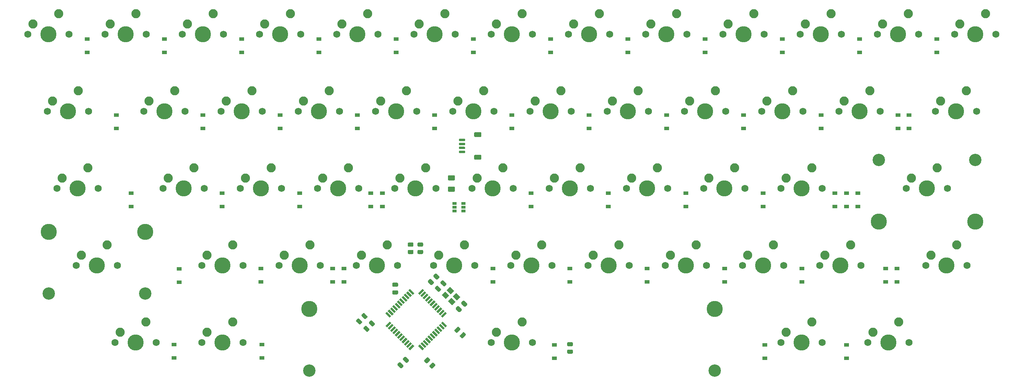
<source format=gbr>
%TF.GenerationSoftware,KiCad,Pcbnew,(5.1.9)-1*%
%TF.CreationDate,2021-01-25T12:39:42+01:00*%
%TF.ProjectId,FriedrichPCB,46726965-6472-4696-9368-5043422e6b69,rev?*%
%TF.SameCoordinates,Original*%
%TF.FileFunction,Soldermask,Bot*%
%TF.FilePolarity,Negative*%
%FSLAX46Y46*%
G04 Gerber Fmt 4.6, Leading zero omitted, Abs format (unit mm)*
G04 Created by KiCad (PCBNEW (5.1.9)-1) date 2021-01-25 12:39:42*
%MOMM*%
%LPD*%
G01*
G04 APERTURE LIST*
%ADD10C,2.250000*%
%ADD11C,3.987800*%
%ADD12C,1.750000*%
%ADD13C,3.048000*%
%ADD14C,0.100000*%
%ADD15R,1.060000X0.650000*%
%ADD16R,1.200000X0.900000*%
G04 APERTURE END LIST*
%TO.C,USB1*%
G36*
G01*
X139604199Y-86528000D02*
X140904201Y-86528000D01*
G75*
G02*
X141154200Y-86777999I0J-249999D01*
G01*
X141154200Y-87478001D01*
G75*
G02*
X140904201Y-87728000I-249999J0D01*
G01*
X139604199Y-87728000D01*
G75*
G02*
X139354200Y-87478001I0J249999D01*
G01*
X139354200Y-86777999D01*
G75*
G02*
X139604199Y-86528000I249999J0D01*
G01*
G37*
G36*
G01*
X139604199Y-80928000D02*
X140904201Y-80928000D01*
G75*
G02*
X141154200Y-81177999I0J-249999D01*
G01*
X141154200Y-81878001D01*
G75*
G02*
X140904201Y-82128000I-249999J0D01*
G01*
X139604199Y-82128000D01*
G75*
G02*
X139354200Y-81878001I0J249999D01*
G01*
X139354200Y-81177999D01*
G75*
G02*
X139604199Y-80928000I249999J0D01*
G01*
G37*
G36*
G01*
X135754200Y-85528000D02*
X137004200Y-85528000D01*
G75*
G02*
X137154200Y-85678000I0J-150000D01*
G01*
X137154200Y-85978000D01*
G75*
G02*
X137004200Y-86128000I-150000J0D01*
G01*
X135754200Y-86128000D01*
G75*
G02*
X135604200Y-85978000I0J150000D01*
G01*
X135604200Y-85678000D01*
G75*
G02*
X135754200Y-85528000I150000J0D01*
G01*
G37*
G36*
G01*
X135754200Y-84528000D02*
X137004200Y-84528000D01*
G75*
G02*
X137154200Y-84678000I0J-150000D01*
G01*
X137154200Y-84978000D01*
G75*
G02*
X137004200Y-85128000I-150000J0D01*
G01*
X135754200Y-85128000D01*
G75*
G02*
X135604200Y-84978000I0J150000D01*
G01*
X135604200Y-84678000D01*
G75*
G02*
X135754200Y-84528000I150000J0D01*
G01*
G37*
G36*
G01*
X135754200Y-83528000D02*
X137004200Y-83528000D01*
G75*
G02*
X137154200Y-83678000I0J-150000D01*
G01*
X137154200Y-83978000D01*
G75*
G02*
X137004200Y-84128000I-150000J0D01*
G01*
X135754200Y-84128000D01*
G75*
G02*
X135604200Y-83978000I0J150000D01*
G01*
X135604200Y-83678000D01*
G75*
G02*
X135754200Y-83528000I150000J0D01*
G01*
G37*
G36*
G01*
X135754200Y-82528000D02*
X137004200Y-82528000D01*
G75*
G02*
X137154200Y-82678000I0J-150000D01*
G01*
X137154200Y-82978000D01*
G75*
G02*
X137004200Y-83128000I-150000J0D01*
G01*
X135754200Y-83128000D01*
G75*
G02*
X135604200Y-82978000I0J150000D01*
G01*
X135604200Y-82678000D01*
G75*
G02*
X135754200Y-82528000I150000J0D01*
G01*
G37*
%TD*%
D10*
%TO.C,MX58*%
X151231600Y-127812800D03*
D11*
X148691600Y-132892800D03*
D10*
X144881600Y-130352800D03*
D12*
X143611600Y-132892800D03*
X153771600Y-132892800D03*
D13*
X98691700Y-139877800D03*
X198691500Y-139877800D03*
D11*
X98691700Y-124637800D03*
X198691500Y-124637800D03*
%TD*%
D10*
%TO.C,MX42*%
X98856800Y-108762800D03*
D11*
X96316800Y-113842800D03*
D10*
X92506800Y-111302800D03*
D12*
X91236800Y-113842800D03*
X101396800Y-113842800D03*
%TD*%
D10*
%TO.C,MX40*%
X48869600Y-108762800D03*
D11*
X46329600Y-113842800D03*
D10*
X42519600Y-111302800D03*
D12*
X41249600Y-113842800D03*
X51409600Y-113842800D03*
D13*
X34423350Y-120827800D03*
X58235850Y-120827800D03*
D11*
X34423350Y-105587800D03*
X58235850Y-105587800D03*
%TD*%
D10*
%TO.C,MX62*%
X222656400Y-127812800D03*
D11*
X220116400Y-132892800D03*
D10*
X216306400Y-130352800D03*
D12*
X215036400Y-132892800D03*
X225196400Y-132892800D03*
%TD*%
D10*
%TO.C,MX54*%
X79806800Y-127812800D03*
D11*
X77266800Y-132892800D03*
D10*
X73456800Y-130352800D03*
D12*
X72186800Y-132892800D03*
X82346800Y-132892800D03*
%TD*%
D10*
%TO.C,MX51*%
X258419600Y-108762800D03*
D11*
X255879600Y-113842800D03*
D10*
X252069600Y-111302800D03*
D12*
X250799600Y-113842800D03*
X260959600Y-113842800D03*
%TD*%
D10*
%TO.C,MX38*%
X253593600Y-89712800D03*
D11*
X251053600Y-94792800D03*
D10*
X247243600Y-92252800D03*
D12*
X245973600Y-94792800D03*
X256133600Y-94792800D03*
D13*
X239147350Y-87807800D03*
X262959850Y-87807800D03*
D11*
X239147350Y-103047800D03*
X262959850Y-103047800D03*
%TD*%
D10*
%TO.C,MX27*%
X44094400Y-89712800D03*
D11*
X41554400Y-94792800D03*
D10*
X37744400Y-92252800D03*
D12*
X36474400Y-94792800D03*
X46634400Y-94792800D03*
%TD*%
D10*
%TO.C,MX25*%
X260756400Y-70662800D03*
D11*
X258216400Y-75742800D03*
D10*
X254406400Y-73202800D03*
D12*
X253136400Y-75742800D03*
X263296400Y-75742800D03*
%TD*%
D10*
%TO.C,MX14*%
X41706800Y-70662800D03*
D11*
X39166800Y-75742800D03*
D10*
X35356800Y-73202800D03*
D12*
X34086800Y-75742800D03*
X44246800Y-75742800D03*
%TD*%
D14*
%TO.C,X1*%
G36*
X135952897Y-121659488D02*
G01*
X135104369Y-122508016D01*
X134114419Y-121518066D01*
X134962947Y-120669538D01*
X135952897Y-121659488D01*
G37*
G36*
X134397262Y-120103853D02*
G01*
X133548734Y-120952381D01*
X132558784Y-119962431D01*
X133407312Y-119113903D01*
X134397262Y-120103853D01*
G37*
G36*
X133195181Y-121305934D02*
G01*
X132346653Y-122154462D01*
X131356703Y-121164512D01*
X132205231Y-120315984D01*
X133195181Y-121305934D01*
G37*
G36*
X134750816Y-122861569D02*
G01*
X133902288Y-123710097D01*
X132912338Y-122720147D01*
X133760866Y-121871619D01*
X134750816Y-122861569D01*
G37*
%TD*%
D15*
%TO.C,U2*%
X134485200Y-99466400D03*
X134485200Y-98516400D03*
X134485200Y-100416400D03*
X136685200Y-100416400D03*
X136685200Y-99466400D03*
X136685200Y-98516400D03*
%TD*%
D14*
%TO.C,U1*%
G36*
X118546540Y-127731298D02*
G01*
X118935448Y-128120206D01*
X117874788Y-129180866D01*
X117485880Y-128791958D01*
X118546540Y-127731298D01*
G37*
G36*
X119112226Y-128296983D02*
G01*
X119501134Y-128685891D01*
X118440474Y-129746551D01*
X118051566Y-129357643D01*
X119112226Y-128296983D01*
G37*
G36*
X119677911Y-128862668D02*
G01*
X120066819Y-129251576D01*
X119006159Y-130312236D01*
X118617251Y-129923328D01*
X119677911Y-128862668D01*
G37*
G36*
X120243596Y-129428354D02*
G01*
X120632504Y-129817262D01*
X119571844Y-130877922D01*
X119182936Y-130489014D01*
X120243596Y-129428354D01*
G37*
G36*
X120809282Y-129994039D02*
G01*
X121198190Y-130382947D01*
X120137530Y-131443607D01*
X119748622Y-131054699D01*
X120809282Y-129994039D01*
G37*
G36*
X121374967Y-130559725D02*
G01*
X121763875Y-130948633D01*
X120703215Y-132009293D01*
X120314307Y-131620385D01*
X121374967Y-130559725D01*
G37*
G36*
X121940653Y-131125410D02*
G01*
X122329561Y-131514318D01*
X121268901Y-132574978D01*
X120879993Y-132186070D01*
X121940653Y-131125410D01*
G37*
G36*
X122506338Y-131691096D02*
G01*
X122895246Y-132080004D01*
X121834586Y-133140664D01*
X121445678Y-132751756D01*
X122506338Y-131691096D01*
G37*
G36*
X123072024Y-132256781D02*
G01*
X123460932Y-132645689D01*
X122400272Y-133706349D01*
X122011364Y-133317441D01*
X123072024Y-132256781D01*
G37*
G36*
X123637709Y-132822466D02*
G01*
X124026617Y-133211374D01*
X122965957Y-134272034D01*
X122577049Y-133883126D01*
X123637709Y-132822466D01*
G37*
G36*
X124203394Y-133388152D02*
G01*
X124592302Y-133777060D01*
X123531642Y-134837720D01*
X123142734Y-134448812D01*
X124203394Y-133388152D01*
G37*
G36*
X125546898Y-133777060D02*
G01*
X125935806Y-133388152D01*
X126996466Y-134448812D01*
X126607558Y-134837720D01*
X125546898Y-133777060D01*
G37*
G36*
X126112583Y-133211374D02*
G01*
X126501491Y-132822466D01*
X127562151Y-133883126D01*
X127173243Y-134272034D01*
X126112583Y-133211374D01*
G37*
G36*
X126678268Y-132645689D02*
G01*
X127067176Y-132256781D01*
X128127836Y-133317441D01*
X127738928Y-133706349D01*
X126678268Y-132645689D01*
G37*
G36*
X127243954Y-132080004D02*
G01*
X127632862Y-131691096D01*
X128693522Y-132751756D01*
X128304614Y-133140664D01*
X127243954Y-132080004D01*
G37*
G36*
X127809639Y-131514318D02*
G01*
X128198547Y-131125410D01*
X129259207Y-132186070D01*
X128870299Y-132574978D01*
X127809639Y-131514318D01*
G37*
G36*
X128375325Y-130948633D02*
G01*
X128764233Y-130559725D01*
X129824893Y-131620385D01*
X129435985Y-132009293D01*
X128375325Y-130948633D01*
G37*
G36*
X128941010Y-130382947D02*
G01*
X129329918Y-129994039D01*
X130390578Y-131054699D01*
X130001670Y-131443607D01*
X128941010Y-130382947D01*
G37*
G36*
X129506696Y-129817262D02*
G01*
X129895604Y-129428354D01*
X130956264Y-130489014D01*
X130567356Y-130877922D01*
X129506696Y-129817262D01*
G37*
G36*
X130072381Y-129251576D02*
G01*
X130461289Y-128862668D01*
X131521949Y-129923328D01*
X131133041Y-130312236D01*
X130072381Y-129251576D01*
G37*
G36*
X130638066Y-128685891D02*
G01*
X131026974Y-128296983D01*
X132087634Y-129357643D01*
X131698726Y-129746551D01*
X130638066Y-128685891D01*
G37*
G36*
X131203752Y-128120206D02*
G01*
X131592660Y-127731298D01*
X132653320Y-128791958D01*
X132264412Y-129180866D01*
X131203752Y-128120206D01*
G37*
G36*
X132264412Y-125327134D02*
G01*
X132653320Y-125716042D01*
X131592660Y-126776702D01*
X131203752Y-126387794D01*
X132264412Y-125327134D01*
G37*
G36*
X131698726Y-124761449D02*
G01*
X132087634Y-125150357D01*
X131026974Y-126211017D01*
X130638066Y-125822109D01*
X131698726Y-124761449D01*
G37*
G36*
X131133041Y-124195764D02*
G01*
X131521949Y-124584672D01*
X130461289Y-125645332D01*
X130072381Y-125256424D01*
X131133041Y-124195764D01*
G37*
G36*
X130567356Y-123630078D02*
G01*
X130956264Y-124018986D01*
X129895604Y-125079646D01*
X129506696Y-124690738D01*
X130567356Y-123630078D01*
G37*
G36*
X130001670Y-123064393D02*
G01*
X130390578Y-123453301D01*
X129329918Y-124513961D01*
X128941010Y-124125053D01*
X130001670Y-123064393D01*
G37*
G36*
X129435985Y-122498707D02*
G01*
X129824893Y-122887615D01*
X128764233Y-123948275D01*
X128375325Y-123559367D01*
X129435985Y-122498707D01*
G37*
G36*
X128870299Y-121933022D02*
G01*
X129259207Y-122321930D01*
X128198547Y-123382590D01*
X127809639Y-122993682D01*
X128870299Y-121933022D01*
G37*
G36*
X128304614Y-121367336D02*
G01*
X128693522Y-121756244D01*
X127632862Y-122816904D01*
X127243954Y-122427996D01*
X128304614Y-121367336D01*
G37*
G36*
X127738928Y-120801651D02*
G01*
X128127836Y-121190559D01*
X127067176Y-122251219D01*
X126678268Y-121862311D01*
X127738928Y-120801651D01*
G37*
G36*
X127173243Y-120235966D02*
G01*
X127562151Y-120624874D01*
X126501491Y-121685534D01*
X126112583Y-121296626D01*
X127173243Y-120235966D01*
G37*
G36*
X126607558Y-119670280D02*
G01*
X126996466Y-120059188D01*
X125935806Y-121119848D01*
X125546898Y-120730940D01*
X126607558Y-119670280D01*
G37*
G36*
X123142734Y-120059188D02*
G01*
X123531642Y-119670280D01*
X124592302Y-120730940D01*
X124203394Y-121119848D01*
X123142734Y-120059188D01*
G37*
G36*
X122577049Y-120624874D02*
G01*
X122965957Y-120235966D01*
X124026617Y-121296626D01*
X123637709Y-121685534D01*
X122577049Y-120624874D01*
G37*
G36*
X122011364Y-121190559D02*
G01*
X122400272Y-120801651D01*
X123460932Y-121862311D01*
X123072024Y-122251219D01*
X122011364Y-121190559D01*
G37*
G36*
X121445678Y-121756244D02*
G01*
X121834586Y-121367336D01*
X122895246Y-122427996D01*
X122506338Y-122816904D01*
X121445678Y-121756244D01*
G37*
G36*
X120879993Y-122321930D02*
G01*
X121268901Y-121933022D01*
X122329561Y-122993682D01*
X121940653Y-123382590D01*
X120879993Y-122321930D01*
G37*
G36*
X120314307Y-122887615D02*
G01*
X120703215Y-122498707D01*
X121763875Y-123559367D01*
X121374967Y-123948275D01*
X120314307Y-122887615D01*
G37*
G36*
X119748622Y-123453301D02*
G01*
X120137530Y-123064393D01*
X121198190Y-124125053D01*
X120809282Y-124513961D01*
X119748622Y-123453301D01*
G37*
G36*
X119182936Y-124018986D02*
G01*
X119571844Y-123630078D01*
X120632504Y-124690738D01*
X120243596Y-125079646D01*
X119182936Y-124018986D01*
G37*
G36*
X118617251Y-124584672D02*
G01*
X119006159Y-124195764D01*
X120066819Y-125256424D01*
X119677911Y-125645332D01*
X118617251Y-124584672D01*
G37*
G36*
X118051566Y-125150357D02*
G01*
X118440474Y-124761449D01*
X119501134Y-125822109D01*
X119112226Y-126211017D01*
X118051566Y-125150357D01*
G37*
G36*
X117485880Y-125716042D02*
G01*
X117874788Y-125327134D01*
X118935448Y-126387794D01*
X118546540Y-126776702D01*
X117485880Y-125716042D01*
G37*
%TD*%
%TO.C,R5*%
G36*
G01*
X162567198Y-134664400D02*
X163467202Y-134664400D01*
G75*
G02*
X163717200Y-134914398I0J-249998D01*
G01*
X163717200Y-135439402D01*
G75*
G02*
X163467202Y-135689400I-249998J0D01*
G01*
X162567198Y-135689400D01*
G75*
G02*
X162317200Y-135439402I0J249998D01*
G01*
X162317200Y-134914398D01*
G75*
G02*
X162567198Y-134664400I249998J0D01*
G01*
G37*
G36*
G01*
X162567198Y-132839400D02*
X163467202Y-132839400D01*
G75*
G02*
X163717200Y-133089398I0J-249998D01*
G01*
X163717200Y-133614402D01*
G75*
G02*
X163467202Y-133864400I-249998J0D01*
G01*
X162567198Y-133864400D01*
G75*
G02*
X162317200Y-133614402I0J249998D01*
G01*
X162317200Y-133089398D01*
G75*
G02*
X162567198Y-132839400I249998J0D01*
G01*
G37*
%TD*%
%TO.C,R3*%
G36*
G01*
X128457756Y-137371757D02*
X127821357Y-138008156D01*
G75*
G02*
X127467807Y-138008156I-176775J176775D01*
G01*
X127096574Y-137636923D01*
G75*
G02*
X127096574Y-137283373I176775J176775D01*
G01*
X127732973Y-136646974D01*
G75*
G02*
X128086523Y-136646974I176775J-176775D01*
G01*
X128457756Y-137018207D01*
G75*
G02*
X128457756Y-137371757I-176775J-176775D01*
G01*
G37*
G36*
G01*
X129748226Y-138662227D02*
X129111827Y-139298626D01*
G75*
G02*
X128758277Y-139298626I-176775J176775D01*
G01*
X128387044Y-138927393D01*
G75*
G02*
X128387044Y-138573843I176775J176775D01*
G01*
X129023443Y-137937444D01*
G75*
G02*
X129376993Y-137937444I176775J-176775D01*
G01*
X129748226Y-138308677D01*
G75*
G02*
X129748226Y-138662227I-176775J-176775D01*
G01*
G37*
%TD*%
%TO.C,R2*%
G36*
G01*
X123247998Y-110026400D02*
X124148002Y-110026400D01*
G75*
G02*
X124398000Y-110276398I0J-249998D01*
G01*
X124398000Y-110801402D01*
G75*
G02*
X124148002Y-111051400I-249998J0D01*
G01*
X123247998Y-111051400D01*
G75*
G02*
X122998000Y-110801402I0J249998D01*
G01*
X122998000Y-110276398D01*
G75*
G02*
X123247998Y-110026400I249998J0D01*
G01*
G37*
G36*
G01*
X123247998Y-108201400D02*
X124148002Y-108201400D01*
G75*
G02*
X124398000Y-108451398I0J-249998D01*
G01*
X124398000Y-108976402D01*
G75*
G02*
X124148002Y-109226400I-249998J0D01*
G01*
X123247998Y-109226400D01*
G75*
G02*
X122998000Y-108976402I0J249998D01*
G01*
X122998000Y-108451398D01*
G75*
G02*
X123247998Y-108201400I249998J0D01*
G01*
G37*
%TD*%
%TO.C,R1*%
G36*
G01*
X125635598Y-110026400D02*
X126535602Y-110026400D01*
G75*
G02*
X126785600Y-110276398I0J-249998D01*
G01*
X126785600Y-110801402D01*
G75*
G02*
X126535602Y-111051400I-249998J0D01*
G01*
X125635598Y-111051400D01*
G75*
G02*
X125385600Y-110801402I0J249998D01*
G01*
X125385600Y-110276398D01*
G75*
G02*
X125635598Y-110026400I249998J0D01*
G01*
G37*
G36*
G01*
X125635598Y-108201400D02*
X126535602Y-108201400D01*
G75*
G02*
X126785600Y-108451398I0J-249998D01*
G01*
X126785600Y-108976402D01*
G75*
G02*
X126535602Y-109226400I-249998J0D01*
G01*
X125635598Y-109226400D01*
G75*
G02*
X125385600Y-108976402I0J249998D01*
G01*
X125385600Y-108451398D01*
G75*
G02*
X125635598Y-108201400I249998J0D01*
G01*
G37*
%TD*%
D10*
%TO.C,MX63*%
X244094000Y-127812800D03*
D11*
X241554000Y-132892800D03*
D10*
X237744000Y-130352800D03*
D12*
X236474000Y-132892800D03*
X246634000Y-132892800D03*
%TD*%
D10*
%TO.C,MX53*%
X58369200Y-127812800D03*
D11*
X55829200Y-132892800D03*
D10*
X52019200Y-130352800D03*
D12*
X50749200Y-132892800D03*
X60909200Y-132892800D03*
%TD*%
D10*
%TO.C,MX49*%
X232206800Y-108762800D03*
D11*
X229666800Y-113842800D03*
D10*
X225856800Y-111302800D03*
D12*
X224586800Y-113842800D03*
X234746800Y-113842800D03*
%TD*%
D10*
%TO.C,MX48*%
X213156800Y-108762800D03*
D11*
X210616800Y-113842800D03*
D10*
X206806800Y-111302800D03*
D12*
X205536800Y-113842800D03*
X215696800Y-113842800D03*
%TD*%
D10*
%TO.C,MX47*%
X194106800Y-108762800D03*
D11*
X191566800Y-113842800D03*
D10*
X187756800Y-111302800D03*
D12*
X186486800Y-113842800D03*
X196646800Y-113842800D03*
%TD*%
D10*
%TO.C,MX46*%
X175056800Y-108762800D03*
D11*
X172516800Y-113842800D03*
D10*
X168706800Y-111302800D03*
D12*
X167436800Y-113842800D03*
X177596800Y-113842800D03*
%TD*%
D10*
%TO.C,MX45*%
X156006800Y-108762800D03*
D11*
X153466800Y-113842800D03*
D10*
X149656800Y-111302800D03*
D12*
X148386800Y-113842800D03*
X158546800Y-113842800D03*
%TD*%
D10*
%TO.C,MX44*%
X136956800Y-108762800D03*
D11*
X134416800Y-113842800D03*
D10*
X130606800Y-111302800D03*
D12*
X129336800Y-113842800D03*
X139496800Y-113842800D03*
%TD*%
D10*
%TO.C,MX43*%
X117906800Y-108762800D03*
D11*
X115366800Y-113842800D03*
D10*
X111556800Y-111302800D03*
D12*
X110286800Y-113842800D03*
X120446800Y-113842800D03*
%TD*%
D10*
%TO.C,MX41*%
X79806800Y-108762800D03*
D11*
X77266800Y-113842800D03*
D10*
X73456800Y-111302800D03*
D12*
X72186800Y-113842800D03*
X82346800Y-113842800D03*
%TD*%
D10*
%TO.C,MX36*%
X222656400Y-89712800D03*
D11*
X220116400Y-94792800D03*
D10*
X216306400Y-92252800D03*
D12*
X215036400Y-94792800D03*
X225196400Y-94792800D03*
%TD*%
D10*
%TO.C,MX35*%
X203606400Y-89712800D03*
D11*
X201066400Y-94792800D03*
D10*
X197256400Y-92252800D03*
D12*
X195986400Y-94792800D03*
X206146400Y-94792800D03*
%TD*%
D10*
%TO.C,MX34*%
X184556400Y-89712800D03*
D11*
X182016400Y-94792800D03*
D10*
X178206400Y-92252800D03*
D12*
X176936400Y-94792800D03*
X187096400Y-94792800D03*
%TD*%
D10*
%TO.C,MX33*%
X165506400Y-89712800D03*
D11*
X162966400Y-94792800D03*
D10*
X159156400Y-92252800D03*
D12*
X157886400Y-94792800D03*
X168046400Y-94792800D03*
%TD*%
D10*
%TO.C,MX32*%
X146456400Y-89712800D03*
D11*
X143916400Y-94792800D03*
D10*
X140106400Y-92252800D03*
D12*
X138836400Y-94792800D03*
X148996400Y-94792800D03*
%TD*%
D10*
%TO.C,MX31*%
X127406400Y-89712800D03*
D11*
X124866400Y-94792800D03*
D10*
X121056400Y-92252800D03*
D12*
X119786400Y-94792800D03*
X129946400Y-94792800D03*
%TD*%
D10*
%TO.C,MX30*%
X108356400Y-89712800D03*
D11*
X105816400Y-94792800D03*
D10*
X102006400Y-92252800D03*
D12*
X100736400Y-94792800D03*
X110896400Y-94792800D03*
%TD*%
D10*
%TO.C,MX29*%
X89306400Y-89712800D03*
D11*
X86766400Y-94792800D03*
D10*
X82956400Y-92252800D03*
D12*
X81686400Y-94792800D03*
X91846400Y-94792800D03*
%TD*%
D10*
%TO.C,MX28*%
X70256400Y-89712800D03*
D11*
X67716400Y-94792800D03*
D10*
X63906400Y-92252800D03*
D12*
X62636400Y-94792800D03*
X72796400Y-94792800D03*
%TD*%
D10*
%TO.C,MX24*%
X236982000Y-70662800D03*
D11*
X234442000Y-75742800D03*
D10*
X230632000Y-73202800D03*
D12*
X229362000Y-75742800D03*
X239522000Y-75742800D03*
%TD*%
D10*
%TO.C,MX23*%
X217932000Y-70662800D03*
D11*
X215392000Y-75742800D03*
D10*
X211582000Y-73202800D03*
D12*
X210312000Y-75742800D03*
X220472000Y-75742800D03*
%TD*%
D10*
%TO.C,MX22*%
X198882000Y-70662800D03*
D11*
X196342000Y-75742800D03*
D10*
X192532000Y-73202800D03*
D12*
X191262000Y-75742800D03*
X201422000Y-75742800D03*
%TD*%
D10*
%TO.C,MX21*%
X179832000Y-70662800D03*
D11*
X177292000Y-75742800D03*
D10*
X173482000Y-73202800D03*
D12*
X172212000Y-75742800D03*
X182372000Y-75742800D03*
%TD*%
D10*
%TO.C,MX20*%
X160782000Y-70662800D03*
D11*
X158242000Y-75742800D03*
D10*
X154432000Y-73202800D03*
D12*
X153162000Y-75742800D03*
X163322000Y-75742800D03*
%TD*%
D10*
%TO.C,MX19*%
X141732000Y-70662800D03*
D11*
X139192000Y-75742800D03*
D10*
X135382000Y-73202800D03*
D12*
X134112000Y-75742800D03*
X144272000Y-75742800D03*
%TD*%
D10*
%TO.C,MX18*%
X122682000Y-70662800D03*
D11*
X120142000Y-75742800D03*
D10*
X116332000Y-73202800D03*
D12*
X115062000Y-75742800D03*
X125222000Y-75742800D03*
%TD*%
D10*
%TO.C,MX17*%
X103632000Y-70662800D03*
D11*
X101092000Y-75742800D03*
D10*
X97282000Y-73202800D03*
D12*
X96012000Y-75742800D03*
X106172000Y-75742800D03*
%TD*%
D10*
%TO.C,MX16*%
X84582000Y-70662800D03*
D11*
X82042000Y-75742800D03*
D10*
X78232000Y-73202800D03*
D12*
X76962000Y-75742800D03*
X87122000Y-75742800D03*
%TD*%
D10*
%TO.C,MX15*%
X65532000Y-70662800D03*
D11*
X62992000Y-75742800D03*
D10*
X59182000Y-73202800D03*
D12*
X57912000Y-75742800D03*
X68072000Y-75742800D03*
%TD*%
D10*
%TO.C,MX13*%
X265531600Y-51612800D03*
D11*
X262991600Y-56692800D03*
D10*
X259181600Y-54152800D03*
D12*
X257911600Y-56692800D03*
X268071600Y-56692800D03*
%TD*%
D10*
%TO.C,MX12*%
X246481600Y-51612800D03*
D11*
X243941600Y-56692800D03*
D10*
X240131600Y-54152800D03*
D12*
X238861600Y-56692800D03*
X249021600Y-56692800D03*
%TD*%
D10*
%TO.C,MX11*%
X227431600Y-51612800D03*
D11*
X224891600Y-56692800D03*
D10*
X221081600Y-54152800D03*
D12*
X219811600Y-56692800D03*
X229971600Y-56692800D03*
%TD*%
D10*
%TO.C,MX10*%
X208381600Y-51612800D03*
D11*
X205841600Y-56692800D03*
D10*
X202031600Y-54152800D03*
D12*
X200761600Y-56692800D03*
X210921600Y-56692800D03*
%TD*%
D10*
%TO.C,MX9*%
X189331600Y-51612800D03*
D11*
X186791600Y-56692800D03*
D10*
X182981600Y-54152800D03*
D12*
X181711600Y-56692800D03*
X191871600Y-56692800D03*
%TD*%
D10*
%TO.C,MX8*%
X170281600Y-51612800D03*
D11*
X167741600Y-56692800D03*
D10*
X163931600Y-54152800D03*
D12*
X162661600Y-56692800D03*
X172821600Y-56692800D03*
%TD*%
D10*
%TO.C,MX7*%
X151231600Y-51612800D03*
D11*
X148691600Y-56692800D03*
D10*
X144881600Y-54152800D03*
D12*
X143611600Y-56692800D03*
X153771600Y-56692800D03*
%TD*%
D10*
%TO.C,MX6*%
X132181600Y-51612800D03*
D11*
X129641600Y-56692800D03*
D10*
X125831600Y-54152800D03*
D12*
X124561600Y-56692800D03*
X134721600Y-56692800D03*
%TD*%
D10*
%TO.C,MX5*%
X113131600Y-51612800D03*
D11*
X110591600Y-56692800D03*
D10*
X106781600Y-54152800D03*
D12*
X105511600Y-56692800D03*
X115671600Y-56692800D03*
%TD*%
D10*
%TO.C,MX4*%
X94081600Y-51612800D03*
D11*
X91541600Y-56692800D03*
D10*
X87731600Y-54152800D03*
D12*
X86461600Y-56692800D03*
X96621600Y-56692800D03*
%TD*%
D10*
%TO.C,MX3*%
X75031600Y-51612800D03*
D11*
X72491600Y-56692800D03*
D10*
X68681600Y-54152800D03*
D12*
X67411600Y-56692800D03*
X77571600Y-56692800D03*
%TD*%
D10*
%TO.C,MX2*%
X55981600Y-51612800D03*
D11*
X53441600Y-56692800D03*
D10*
X49631600Y-54152800D03*
D12*
X48361600Y-56692800D03*
X58521600Y-56692800D03*
%TD*%
D10*
%TO.C,MX1*%
X36931600Y-51612800D03*
D11*
X34391600Y-56692800D03*
D10*
X30581600Y-54152800D03*
D12*
X29311600Y-56692800D03*
X39471600Y-56692800D03*
%TD*%
%TO.C,F1*%
G36*
G01*
X133131400Y-94399400D02*
X134381400Y-94399400D01*
G75*
G02*
X134631400Y-94649400I0J-250000D01*
G01*
X134631400Y-95399400D01*
G75*
G02*
X134381400Y-95649400I-250000J0D01*
G01*
X133131400Y-95649400D01*
G75*
G02*
X132881400Y-95399400I0J250000D01*
G01*
X132881400Y-94649400D01*
G75*
G02*
X133131400Y-94399400I250000J0D01*
G01*
G37*
G36*
G01*
X133131400Y-91599400D02*
X134381400Y-91599400D01*
G75*
G02*
X134631400Y-91849400I0J-250000D01*
G01*
X134631400Y-92599400D01*
G75*
G02*
X134381400Y-92849400I-250000J0D01*
G01*
X133131400Y-92849400D01*
G75*
G02*
X132881400Y-92599400I0J250000D01*
G01*
X132881400Y-91849400D01*
G75*
G02*
X133131400Y-91599400I250000J0D01*
G01*
G37*
%TD*%
D16*
%TO.C,D63*%
X231241600Y-133478000D03*
X231241600Y-136778000D03*
%TD*%
%TO.C,D62*%
X211023200Y-133478000D03*
X211023200Y-136778000D03*
%TD*%
%TO.C,D58*%
X159156400Y-133528800D03*
X159156400Y-136828800D03*
%TD*%
%TO.C,D54*%
X87020400Y-133427200D03*
X87020400Y-136727200D03*
%TD*%
%TO.C,D53*%
X65379600Y-133427200D03*
X65379600Y-136727200D03*
%TD*%
%TO.C,D51*%
X243687600Y-114631200D03*
X243687600Y-117931200D03*
%TD*%
%TO.C,D49*%
X240842800Y-114631200D03*
X240842800Y-117931200D03*
%TD*%
%TO.C,D48*%
X220167200Y-114631200D03*
X220167200Y-117931200D03*
%TD*%
%TO.C,D47*%
X201117200Y-114631200D03*
X201117200Y-117931200D03*
%TD*%
%TO.C,D46*%
X182016400Y-114631200D03*
X182016400Y-117931200D03*
%TD*%
%TO.C,D45*%
X162966400Y-114631200D03*
X162966400Y-117931200D03*
%TD*%
%TO.C,D44*%
X143967200Y-114631200D03*
X143967200Y-117931200D03*
%TD*%
%TO.C,D43*%
X107289600Y-114631200D03*
X107289600Y-117931200D03*
%TD*%
%TO.C,D42*%
X104444800Y-114631200D03*
X104444800Y-117931200D03*
%TD*%
%TO.C,D41*%
X86766400Y-114631200D03*
X86766400Y-117931200D03*
%TD*%
%TO.C,D40*%
X66649600Y-114682000D03*
X66649600Y-117982000D03*
%TD*%
%TO.C,D38*%
X234035600Y-95987600D03*
X234035600Y-99287600D03*
%TD*%
%TO.C,D36*%
X228295200Y-95987600D03*
X228295200Y-99287600D03*
%TD*%
%TO.C,D35*%
X210616800Y-95987600D03*
X210616800Y-99287600D03*
%TD*%
%TO.C,D34*%
X191566800Y-95987600D03*
X191566800Y-99287600D03*
%TD*%
%TO.C,D33*%
X172466000Y-95987600D03*
X172466000Y-99287600D03*
%TD*%
%TO.C,D32*%
X153416000Y-95987600D03*
X153416000Y-99287600D03*
%TD*%
%TO.C,D31*%
X116738400Y-95987600D03*
X116738400Y-99287600D03*
%TD*%
%TO.C,D30*%
X113893600Y-95987600D03*
X113893600Y-99287600D03*
%TD*%
%TO.C,D29*%
X96316800Y-95987600D03*
X96316800Y-99287600D03*
%TD*%
%TO.C,D28*%
X77216000Y-95987600D03*
X77216000Y-99287600D03*
%TD*%
%TO.C,D27*%
X54762400Y-95987600D03*
X54762400Y-99287600D03*
%TD*%
%TO.C,D25*%
X246634000Y-76683600D03*
X246634000Y-79983600D03*
%TD*%
%TO.C,D24*%
X243941600Y-76683600D03*
X243941600Y-79983600D03*
%TD*%
%TO.C,D23*%
X224942400Y-76683600D03*
X224942400Y-79983600D03*
%TD*%
%TO.C,D22*%
X205841600Y-76683600D03*
X205841600Y-79983600D03*
%TD*%
%TO.C,D21*%
X186842400Y-76683600D03*
X186842400Y-79983600D03*
%TD*%
%TO.C,D20*%
X167741600Y-76683600D03*
X167741600Y-79983600D03*
%TD*%
%TO.C,D19*%
X148691600Y-76683600D03*
X148691600Y-79983600D03*
%TD*%
%TO.C,D18*%
X129641600Y-76683600D03*
X129641600Y-79983600D03*
%TD*%
%TO.C,D17*%
X110591600Y-76683600D03*
X110591600Y-79983600D03*
%TD*%
%TO.C,D16*%
X91541600Y-76683600D03*
X91541600Y-79983600D03*
%TD*%
%TO.C,D15*%
X72491600Y-76683600D03*
X72491600Y-79983600D03*
%TD*%
%TO.C,D14*%
X51104800Y-76683600D03*
X51104800Y-79983600D03*
%TD*%
%TO.C,D13*%
X253492000Y-57938400D03*
X253492000Y-61238400D03*
%TD*%
%TO.C,D12*%
X231190800Y-95987600D03*
X231190800Y-99287600D03*
%TD*%
%TO.C,D11*%
X234391200Y-57938400D03*
X234391200Y-61238400D03*
%TD*%
%TO.C,D10*%
X215341200Y-57938400D03*
X215341200Y-61238400D03*
%TD*%
%TO.C,D9*%
X196342000Y-57938400D03*
X196342000Y-61238400D03*
%TD*%
%TO.C,D8*%
X177292000Y-57938400D03*
X177292000Y-61238400D03*
%TD*%
%TO.C,D7*%
X158242000Y-57938400D03*
X158242000Y-61238400D03*
%TD*%
%TO.C,D6*%
X139141200Y-57938400D03*
X139141200Y-61238400D03*
%TD*%
%TO.C,D5*%
X120091200Y-57938400D03*
X120091200Y-61238400D03*
%TD*%
%TO.C,D4*%
X101092000Y-57938400D03*
X101092000Y-61238400D03*
%TD*%
%TO.C,D3*%
X82042000Y-57938400D03*
X82042000Y-61238400D03*
%TD*%
%TO.C,D2*%
X62992000Y-57938400D03*
X62992000Y-61238400D03*
%TD*%
%TO.C,D1*%
X43891200Y-57938400D03*
X43891200Y-61238400D03*
%TD*%
%TO.C,C9*%
G36*
G01*
X130460727Y-118955922D02*
X131132478Y-119627673D01*
G75*
G02*
X131132478Y-119981227I-176777J-176777D01*
G01*
X130778925Y-120334780D01*
G75*
G02*
X130425371Y-120334780I-176777J176777D01*
G01*
X129753620Y-119663029D01*
G75*
G02*
X129753620Y-119309475I176777J176777D01*
G01*
X130107173Y-118955922D01*
G75*
G02*
X130460727Y-118955922I176777J-176777D01*
G01*
G37*
G36*
G01*
X131804229Y-117612420D02*
X132475980Y-118284171D01*
G75*
G02*
X132475980Y-118637725I-176777J-176777D01*
G01*
X132122427Y-118991278D01*
G75*
G02*
X131768873Y-118991278I-176777J176777D01*
G01*
X131097122Y-118319527D01*
G75*
G02*
X131097122Y-117965973I176777J176777D01*
G01*
X131450675Y-117612420D01*
G75*
G02*
X131804229Y-117612420I176777J-176777D01*
G01*
G37*
%TD*%
%TO.C,C8*%
G36*
G01*
X136911024Y-124009127D02*
X136239273Y-123337376D01*
G75*
G02*
X136239273Y-122983822I176777J176777D01*
G01*
X136592826Y-122630269D01*
G75*
G02*
X136946380Y-122630269I176777J-176777D01*
G01*
X137618131Y-123302020D01*
G75*
G02*
X137618131Y-123655574I-176777J-176777D01*
G01*
X137264578Y-124009127D01*
G75*
G02*
X136911024Y-124009127I-176777J176777D01*
G01*
G37*
G36*
G01*
X135567522Y-125352629D02*
X134895771Y-124680878D01*
G75*
G02*
X134895771Y-124327324I176777J176777D01*
G01*
X135249324Y-123973771D01*
G75*
G02*
X135602878Y-123973771I176777J-176777D01*
G01*
X136274629Y-124645522D01*
G75*
G02*
X136274629Y-124999076I-176777J-176777D01*
G01*
X135921076Y-125352629D01*
G75*
G02*
X135567522Y-125352629I-176777J176777D01*
G01*
G37*
%TD*%
%TO.C,C7*%
G36*
G01*
X120363000Y-119133200D02*
X119413000Y-119133200D01*
G75*
G02*
X119163000Y-118883200I0J250000D01*
G01*
X119163000Y-118383200D01*
G75*
G02*
X119413000Y-118133200I250000J0D01*
G01*
X120363000Y-118133200D01*
G75*
G02*
X120613000Y-118383200I0J-250000D01*
G01*
X120613000Y-118883200D01*
G75*
G02*
X120363000Y-119133200I-250000J0D01*
G01*
G37*
G36*
G01*
X120363000Y-121033200D02*
X119413000Y-121033200D01*
G75*
G02*
X119163000Y-120783200I0J250000D01*
G01*
X119163000Y-120283200D01*
G75*
G02*
X119413000Y-120033200I250000J0D01*
G01*
X120363000Y-120033200D01*
G75*
G02*
X120613000Y-120283200I0J-250000D01*
G01*
X120613000Y-120783200D01*
G75*
G02*
X120363000Y-121033200I-250000J0D01*
G01*
G37*
%TD*%
%TO.C,C5*%
G36*
G01*
X135872322Y-131108473D02*
X136544073Y-130436722D01*
G75*
G02*
X136897627Y-130436722I176777J-176777D01*
G01*
X137251180Y-130790275D01*
G75*
G02*
X137251180Y-131143829I-176777J-176777D01*
G01*
X136579429Y-131815580D01*
G75*
G02*
X136225875Y-131815580I-176777J176777D01*
G01*
X135872322Y-131462027D01*
G75*
G02*
X135872322Y-131108473I176777J176777D01*
G01*
G37*
G36*
G01*
X134528820Y-129764971D02*
X135200571Y-129093220D01*
G75*
G02*
X135554125Y-129093220I176777J-176777D01*
G01*
X135907678Y-129446773D01*
G75*
G02*
X135907678Y-129800327I-176777J-176777D01*
G01*
X135235927Y-130472078D01*
G75*
G02*
X134882373Y-130472078I-176777J176777D01*
G01*
X134528820Y-130118525D01*
G75*
G02*
X134528820Y-129764971I176777J176777D01*
G01*
G37*
%TD*%
%TO.C,C4*%
G36*
G01*
X112833127Y-128861922D02*
X113504878Y-129533673D01*
G75*
G02*
X113504878Y-129887227I-176777J-176777D01*
G01*
X113151325Y-130240780D01*
G75*
G02*
X112797771Y-130240780I-176777J176777D01*
G01*
X112126020Y-129569029D01*
G75*
G02*
X112126020Y-129215475I176777J176777D01*
G01*
X112479573Y-128861922D01*
G75*
G02*
X112833127Y-128861922I176777J-176777D01*
G01*
G37*
G36*
G01*
X114176629Y-127518420D02*
X114848380Y-128190171D01*
G75*
G02*
X114848380Y-128543725I-176777J-176777D01*
G01*
X114494827Y-128897278D01*
G75*
G02*
X114141273Y-128897278I-176777J176777D01*
G01*
X113469522Y-128225527D01*
G75*
G02*
X113469522Y-127871973I176777J176777D01*
G01*
X113823075Y-127518420D01*
G75*
G02*
X114176629Y-127518420I176777J-176777D01*
G01*
G37*
%TD*%
%TO.C,C3*%
G36*
G01*
X130041673Y-117314878D02*
X129369922Y-116643127D01*
G75*
G02*
X129369922Y-116289573I176777J176777D01*
G01*
X129723475Y-115936020D01*
G75*
G02*
X130077029Y-115936020I176777J-176777D01*
G01*
X130748780Y-116607771D01*
G75*
G02*
X130748780Y-116961325I-176777J-176777D01*
G01*
X130395227Y-117314878D01*
G75*
G02*
X130041673Y-117314878I-176777J176777D01*
G01*
G37*
G36*
G01*
X128698171Y-118658380D02*
X128026420Y-117986629D01*
G75*
G02*
X128026420Y-117633075I176777J176777D01*
G01*
X128379973Y-117279522D01*
G75*
G02*
X128733527Y-117279522I176777J-176777D01*
G01*
X129405278Y-117951273D01*
G75*
G02*
X129405278Y-118304827I-176777J-176777D01*
G01*
X129051725Y-118658380D01*
G75*
G02*
X128698171Y-118658380I-176777J176777D01*
G01*
G37*
%TD*%
%TO.C,C2*%
G36*
G01*
X121203776Y-137864873D02*
X121875527Y-138536624D01*
G75*
G02*
X121875527Y-138890178I-176777J-176777D01*
G01*
X121521974Y-139243731D01*
G75*
G02*
X121168420Y-139243731I-176777J176777D01*
G01*
X120496669Y-138571980D01*
G75*
G02*
X120496669Y-138218426I176777J176777D01*
G01*
X120850222Y-137864873D01*
G75*
G02*
X121203776Y-137864873I176777J-176777D01*
G01*
G37*
G36*
G01*
X122547278Y-136521371D02*
X123219029Y-137193122D01*
G75*
G02*
X123219029Y-137546676I-176777J-176777D01*
G01*
X122865476Y-137900229D01*
G75*
G02*
X122511922Y-137900229I-176777J176777D01*
G01*
X121840171Y-137228478D01*
G75*
G02*
X121840171Y-136874924I176777J176777D01*
G01*
X122193724Y-136521371D01*
G75*
G02*
X122547278Y-136521371I176777J-176777D01*
G01*
G37*
%TD*%
%TO.C,C1*%
G36*
G01*
X111004327Y-127033122D02*
X111676078Y-127704873D01*
G75*
G02*
X111676078Y-128058427I-176777J-176777D01*
G01*
X111322525Y-128411980D01*
G75*
G02*
X110968971Y-128411980I-176777J176777D01*
G01*
X110297220Y-127740229D01*
G75*
G02*
X110297220Y-127386675I176777J176777D01*
G01*
X110650773Y-127033122D01*
G75*
G02*
X111004327Y-127033122I176777J-176777D01*
G01*
G37*
G36*
G01*
X112347829Y-125689620D02*
X113019580Y-126361371D01*
G75*
G02*
X113019580Y-126714925I-176777J-176777D01*
G01*
X112666027Y-127068478D01*
G75*
G02*
X112312473Y-127068478I-176777J176777D01*
G01*
X111640722Y-126396727D01*
G75*
G02*
X111640722Y-126043173I176777J176777D01*
G01*
X111994275Y-125689620D01*
G75*
G02*
X112347829Y-125689620I176777J-176777D01*
G01*
G37*
%TD*%
M02*

</source>
